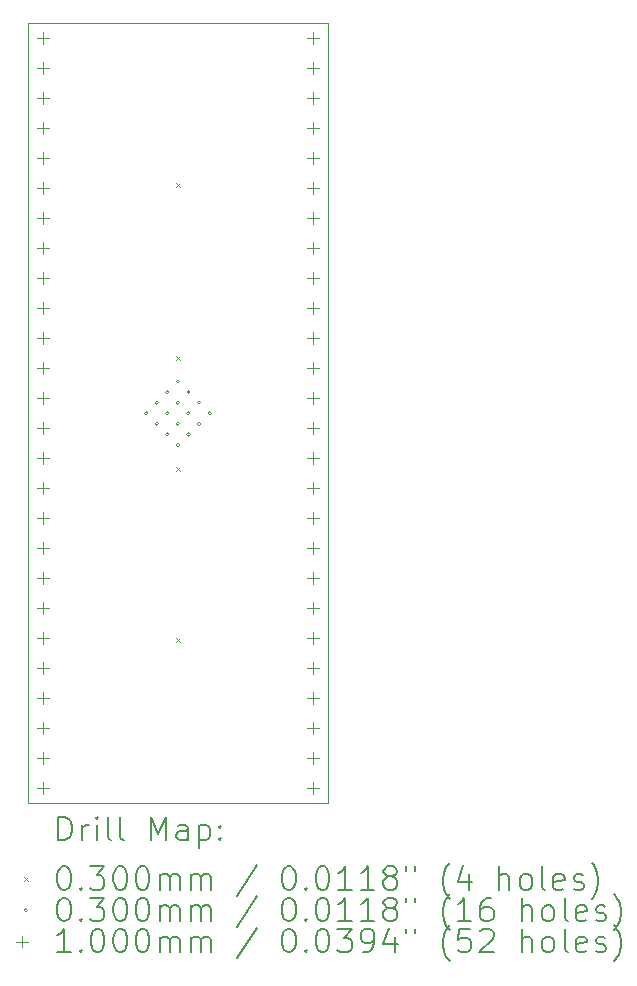
<source format=gbr>
%TF.GenerationSoftware,KiCad,Pcbnew,9.0.6*%
%TF.CreationDate,2026-01-02T14:07:32-06:00*%
%TF.ProjectId,QFN-48_6x6,51464e2d-3438-45f3-9678-362e6b696361,rev?*%
%TF.SameCoordinates,Original*%
%TF.FileFunction,Drillmap*%
%TF.FilePolarity,Positive*%
%FSLAX45Y45*%
G04 Gerber Fmt 4.5, Leading zero omitted, Abs format (unit mm)*
G04 Created by KiCad (PCBNEW 9.0.6) date 2026-01-02 14:07:32*
%MOMM*%
%LPD*%
G01*
G04 APERTURE LIST*
%ADD10C,0.050000*%
%ADD11C,0.200000*%
%ADD12C,0.100000*%
G04 APERTURE END LIST*
D10*
X12573000Y-8763000D02*
X15113000Y-8763000D01*
X15113000Y-15367000D01*
X12573000Y-15367000D01*
X12573000Y-8763000D01*
D11*
D12*
X13828000Y-10119600D02*
X13858000Y-10149600D01*
X13858000Y-10119600D02*
X13828000Y-10149600D01*
X13828000Y-11580100D02*
X13858000Y-11610100D01*
X13858000Y-11580100D02*
X13828000Y-11610100D01*
X13828000Y-12519900D02*
X13858000Y-12549900D01*
X13858000Y-12519900D02*
X13828000Y-12549900D01*
X13828000Y-13967700D02*
X13858000Y-13997700D01*
X13858000Y-13967700D02*
X13828000Y-13997700D01*
X13589299Y-12065000D02*
G75*
G02*
X13559299Y-12065000I-15000J0D01*
G01*
X13559299Y-12065000D02*
G75*
G02*
X13589299Y-12065000I15000J0D01*
G01*
X13678866Y-11975433D02*
G75*
G02*
X13648866Y-11975433I-15000J0D01*
G01*
X13648866Y-11975433D02*
G75*
G02*
X13678866Y-11975433I15000J0D01*
G01*
X13678866Y-12154567D02*
G75*
G02*
X13648866Y-12154567I-15000J0D01*
G01*
X13648866Y-12154567D02*
G75*
G02*
X13678866Y-12154567I15000J0D01*
G01*
X13768433Y-11885866D02*
G75*
G02*
X13738433Y-11885866I-15000J0D01*
G01*
X13738433Y-11885866D02*
G75*
G02*
X13768433Y-11885866I15000J0D01*
G01*
X13768433Y-12244134D02*
G75*
G02*
X13738433Y-12244134I-15000J0D01*
G01*
X13738433Y-12244134D02*
G75*
G02*
X13768433Y-12244134I15000J0D01*
G01*
X13768433Y-12065000D02*
G75*
G02*
X13738433Y-12065000I-15000J0D01*
G01*
X13738433Y-12065000D02*
G75*
G02*
X13768433Y-12065000I15000J0D01*
G01*
X13858000Y-11796299D02*
G75*
G02*
X13828000Y-11796299I-15000J0D01*
G01*
X13828000Y-11796299D02*
G75*
G02*
X13858000Y-11796299I15000J0D01*
G01*
X13858000Y-11975433D02*
G75*
G02*
X13828000Y-11975433I-15000J0D01*
G01*
X13828000Y-11975433D02*
G75*
G02*
X13858000Y-11975433I15000J0D01*
G01*
X13858000Y-12154567D02*
G75*
G02*
X13828000Y-12154567I-15000J0D01*
G01*
X13828000Y-12154567D02*
G75*
G02*
X13858000Y-12154567I15000J0D01*
G01*
X13858000Y-12333701D02*
G75*
G02*
X13828000Y-12333701I-15000J0D01*
G01*
X13828000Y-12333701D02*
G75*
G02*
X13858000Y-12333701I15000J0D01*
G01*
X13947567Y-12065000D02*
G75*
G02*
X13917567Y-12065000I-15000J0D01*
G01*
X13917567Y-12065000D02*
G75*
G02*
X13947567Y-12065000I15000J0D01*
G01*
X13947567Y-11885866D02*
G75*
G02*
X13917567Y-11885866I-15000J0D01*
G01*
X13917567Y-11885866D02*
G75*
G02*
X13947567Y-11885866I15000J0D01*
G01*
X13947567Y-12244134D02*
G75*
G02*
X13917567Y-12244134I-15000J0D01*
G01*
X13917567Y-12244134D02*
G75*
G02*
X13947567Y-12244134I15000J0D01*
G01*
X14037134Y-11975433D02*
G75*
G02*
X14007134Y-11975433I-15000J0D01*
G01*
X14007134Y-11975433D02*
G75*
G02*
X14037134Y-11975433I15000J0D01*
G01*
X14037134Y-12154567D02*
G75*
G02*
X14007134Y-12154567I-15000J0D01*
G01*
X14007134Y-12154567D02*
G75*
G02*
X14037134Y-12154567I15000J0D01*
G01*
X14126701Y-12065000D02*
G75*
G02*
X14096701Y-12065000I-15000J0D01*
G01*
X14096701Y-12065000D02*
G75*
G02*
X14126701Y-12065000I15000J0D01*
G01*
X12700000Y-8840000D02*
X12700000Y-8940000D01*
X12650000Y-8890000D02*
X12750000Y-8890000D01*
X12700000Y-9094000D02*
X12700000Y-9194000D01*
X12650000Y-9144000D02*
X12750000Y-9144000D01*
X12700000Y-9348000D02*
X12700000Y-9448000D01*
X12650000Y-9398000D02*
X12750000Y-9398000D01*
X12700000Y-9602000D02*
X12700000Y-9702000D01*
X12650000Y-9652000D02*
X12750000Y-9652000D01*
X12700000Y-9856000D02*
X12700000Y-9956000D01*
X12650000Y-9906000D02*
X12750000Y-9906000D01*
X12700000Y-10110000D02*
X12700000Y-10210000D01*
X12650000Y-10160000D02*
X12750000Y-10160000D01*
X12700000Y-10364000D02*
X12700000Y-10464000D01*
X12650000Y-10414000D02*
X12750000Y-10414000D01*
X12700000Y-10618000D02*
X12700000Y-10718000D01*
X12650000Y-10668000D02*
X12750000Y-10668000D01*
X12700000Y-10872000D02*
X12700000Y-10972000D01*
X12650000Y-10922000D02*
X12750000Y-10922000D01*
X12700000Y-11126000D02*
X12700000Y-11226000D01*
X12650000Y-11176000D02*
X12750000Y-11176000D01*
X12700000Y-11380000D02*
X12700000Y-11480000D01*
X12650000Y-11430000D02*
X12750000Y-11430000D01*
X12700000Y-11634000D02*
X12700000Y-11734000D01*
X12650000Y-11684000D02*
X12750000Y-11684000D01*
X12700000Y-11888000D02*
X12700000Y-11988000D01*
X12650000Y-11938000D02*
X12750000Y-11938000D01*
X12700000Y-12142000D02*
X12700000Y-12242000D01*
X12650000Y-12192000D02*
X12750000Y-12192000D01*
X12700000Y-12396000D02*
X12700000Y-12496000D01*
X12650000Y-12446000D02*
X12750000Y-12446000D01*
X12700000Y-12650000D02*
X12700000Y-12750000D01*
X12650000Y-12700000D02*
X12750000Y-12700000D01*
X12700000Y-12904000D02*
X12700000Y-13004000D01*
X12650000Y-12954000D02*
X12750000Y-12954000D01*
X12700000Y-13158000D02*
X12700000Y-13258000D01*
X12650000Y-13208000D02*
X12750000Y-13208000D01*
X12700000Y-13412000D02*
X12700000Y-13512000D01*
X12650000Y-13462000D02*
X12750000Y-13462000D01*
X12700000Y-13666000D02*
X12700000Y-13766000D01*
X12650000Y-13716000D02*
X12750000Y-13716000D01*
X12700000Y-13920000D02*
X12700000Y-14020000D01*
X12650000Y-13970000D02*
X12750000Y-13970000D01*
X12700000Y-14174000D02*
X12700000Y-14274000D01*
X12650000Y-14224000D02*
X12750000Y-14224000D01*
X12700000Y-14428000D02*
X12700000Y-14528000D01*
X12650000Y-14478000D02*
X12750000Y-14478000D01*
X12700000Y-14682000D02*
X12700000Y-14782000D01*
X12650000Y-14732000D02*
X12750000Y-14732000D01*
X12700000Y-14936000D02*
X12700000Y-15036000D01*
X12650000Y-14986000D02*
X12750000Y-14986000D01*
X12700000Y-15190000D02*
X12700000Y-15290000D01*
X12650000Y-15240000D02*
X12750000Y-15240000D01*
X14986000Y-8840000D02*
X14986000Y-8940000D01*
X14936000Y-8890000D02*
X15036000Y-8890000D01*
X14986000Y-9094000D02*
X14986000Y-9194000D01*
X14936000Y-9144000D02*
X15036000Y-9144000D01*
X14986000Y-9348000D02*
X14986000Y-9448000D01*
X14936000Y-9398000D02*
X15036000Y-9398000D01*
X14986000Y-9602000D02*
X14986000Y-9702000D01*
X14936000Y-9652000D02*
X15036000Y-9652000D01*
X14986000Y-9856000D02*
X14986000Y-9956000D01*
X14936000Y-9906000D02*
X15036000Y-9906000D01*
X14986000Y-10110000D02*
X14986000Y-10210000D01*
X14936000Y-10160000D02*
X15036000Y-10160000D01*
X14986000Y-10364000D02*
X14986000Y-10464000D01*
X14936000Y-10414000D02*
X15036000Y-10414000D01*
X14986000Y-10618000D02*
X14986000Y-10718000D01*
X14936000Y-10668000D02*
X15036000Y-10668000D01*
X14986000Y-10872000D02*
X14986000Y-10972000D01*
X14936000Y-10922000D02*
X15036000Y-10922000D01*
X14986000Y-11126000D02*
X14986000Y-11226000D01*
X14936000Y-11176000D02*
X15036000Y-11176000D01*
X14986000Y-11380000D02*
X14986000Y-11480000D01*
X14936000Y-11430000D02*
X15036000Y-11430000D01*
X14986000Y-11634000D02*
X14986000Y-11734000D01*
X14936000Y-11684000D02*
X15036000Y-11684000D01*
X14986000Y-11888000D02*
X14986000Y-11988000D01*
X14936000Y-11938000D02*
X15036000Y-11938000D01*
X14986000Y-12142000D02*
X14986000Y-12242000D01*
X14936000Y-12192000D02*
X15036000Y-12192000D01*
X14986000Y-12396000D02*
X14986000Y-12496000D01*
X14936000Y-12446000D02*
X15036000Y-12446000D01*
X14986000Y-12650000D02*
X14986000Y-12750000D01*
X14936000Y-12700000D02*
X15036000Y-12700000D01*
X14986000Y-12904000D02*
X14986000Y-13004000D01*
X14936000Y-12954000D02*
X15036000Y-12954000D01*
X14986000Y-13158000D02*
X14986000Y-13258000D01*
X14936000Y-13208000D02*
X15036000Y-13208000D01*
X14986000Y-13412000D02*
X14986000Y-13512000D01*
X14936000Y-13462000D02*
X15036000Y-13462000D01*
X14986000Y-13666000D02*
X14986000Y-13766000D01*
X14936000Y-13716000D02*
X15036000Y-13716000D01*
X14986000Y-13920000D02*
X14986000Y-14020000D01*
X14936000Y-13970000D02*
X15036000Y-13970000D01*
X14986000Y-14174000D02*
X14986000Y-14274000D01*
X14936000Y-14224000D02*
X15036000Y-14224000D01*
X14986000Y-14428000D02*
X14986000Y-14528000D01*
X14936000Y-14478000D02*
X15036000Y-14478000D01*
X14986000Y-14682000D02*
X14986000Y-14782000D01*
X14936000Y-14732000D02*
X15036000Y-14732000D01*
X14986000Y-14936000D02*
X14986000Y-15036000D01*
X14936000Y-14986000D02*
X15036000Y-14986000D01*
X14986000Y-15190000D02*
X14986000Y-15290000D01*
X14936000Y-15240000D02*
X15036000Y-15240000D01*
D11*
X12831277Y-15680984D02*
X12831277Y-15480984D01*
X12831277Y-15480984D02*
X12878896Y-15480984D01*
X12878896Y-15480984D02*
X12907467Y-15490508D01*
X12907467Y-15490508D02*
X12926515Y-15509555D01*
X12926515Y-15509555D02*
X12936039Y-15528603D01*
X12936039Y-15528603D02*
X12945562Y-15566698D01*
X12945562Y-15566698D02*
X12945562Y-15595269D01*
X12945562Y-15595269D02*
X12936039Y-15633365D01*
X12936039Y-15633365D02*
X12926515Y-15652412D01*
X12926515Y-15652412D02*
X12907467Y-15671460D01*
X12907467Y-15671460D02*
X12878896Y-15680984D01*
X12878896Y-15680984D02*
X12831277Y-15680984D01*
X13031277Y-15680984D02*
X13031277Y-15547650D01*
X13031277Y-15585746D02*
X13040801Y-15566698D01*
X13040801Y-15566698D02*
X13050324Y-15557174D01*
X13050324Y-15557174D02*
X13069372Y-15547650D01*
X13069372Y-15547650D02*
X13088420Y-15547650D01*
X13155086Y-15680984D02*
X13155086Y-15547650D01*
X13155086Y-15480984D02*
X13145562Y-15490508D01*
X13145562Y-15490508D02*
X13155086Y-15500031D01*
X13155086Y-15500031D02*
X13164610Y-15490508D01*
X13164610Y-15490508D02*
X13155086Y-15480984D01*
X13155086Y-15480984D02*
X13155086Y-15500031D01*
X13278896Y-15680984D02*
X13259848Y-15671460D01*
X13259848Y-15671460D02*
X13250324Y-15652412D01*
X13250324Y-15652412D02*
X13250324Y-15480984D01*
X13383658Y-15680984D02*
X13364610Y-15671460D01*
X13364610Y-15671460D02*
X13355086Y-15652412D01*
X13355086Y-15652412D02*
X13355086Y-15480984D01*
X13612229Y-15680984D02*
X13612229Y-15480984D01*
X13612229Y-15480984D02*
X13678896Y-15623841D01*
X13678896Y-15623841D02*
X13745562Y-15480984D01*
X13745562Y-15480984D02*
X13745562Y-15680984D01*
X13926515Y-15680984D02*
X13926515Y-15576222D01*
X13926515Y-15576222D02*
X13916991Y-15557174D01*
X13916991Y-15557174D02*
X13897943Y-15547650D01*
X13897943Y-15547650D02*
X13859848Y-15547650D01*
X13859848Y-15547650D02*
X13840801Y-15557174D01*
X13926515Y-15671460D02*
X13907467Y-15680984D01*
X13907467Y-15680984D02*
X13859848Y-15680984D01*
X13859848Y-15680984D02*
X13840801Y-15671460D01*
X13840801Y-15671460D02*
X13831277Y-15652412D01*
X13831277Y-15652412D02*
X13831277Y-15633365D01*
X13831277Y-15633365D02*
X13840801Y-15614317D01*
X13840801Y-15614317D02*
X13859848Y-15604793D01*
X13859848Y-15604793D02*
X13907467Y-15604793D01*
X13907467Y-15604793D02*
X13926515Y-15595269D01*
X14021753Y-15547650D02*
X14021753Y-15747650D01*
X14021753Y-15557174D02*
X14040801Y-15547650D01*
X14040801Y-15547650D02*
X14078896Y-15547650D01*
X14078896Y-15547650D02*
X14097943Y-15557174D01*
X14097943Y-15557174D02*
X14107467Y-15566698D01*
X14107467Y-15566698D02*
X14116991Y-15585746D01*
X14116991Y-15585746D02*
X14116991Y-15642888D01*
X14116991Y-15642888D02*
X14107467Y-15661936D01*
X14107467Y-15661936D02*
X14097943Y-15671460D01*
X14097943Y-15671460D02*
X14078896Y-15680984D01*
X14078896Y-15680984D02*
X14040801Y-15680984D01*
X14040801Y-15680984D02*
X14021753Y-15671460D01*
X14202705Y-15661936D02*
X14212229Y-15671460D01*
X14212229Y-15671460D02*
X14202705Y-15680984D01*
X14202705Y-15680984D02*
X14193182Y-15671460D01*
X14193182Y-15671460D02*
X14202705Y-15661936D01*
X14202705Y-15661936D02*
X14202705Y-15680984D01*
X14202705Y-15557174D02*
X14212229Y-15566698D01*
X14212229Y-15566698D02*
X14202705Y-15576222D01*
X14202705Y-15576222D02*
X14193182Y-15566698D01*
X14193182Y-15566698D02*
X14202705Y-15557174D01*
X14202705Y-15557174D02*
X14202705Y-15576222D01*
D12*
X12540500Y-15994500D02*
X12570500Y-16024500D01*
X12570500Y-15994500D02*
X12540500Y-16024500D01*
D11*
X12869372Y-15900984D02*
X12888420Y-15900984D01*
X12888420Y-15900984D02*
X12907467Y-15910508D01*
X12907467Y-15910508D02*
X12916991Y-15920031D01*
X12916991Y-15920031D02*
X12926515Y-15939079D01*
X12926515Y-15939079D02*
X12936039Y-15977174D01*
X12936039Y-15977174D02*
X12936039Y-16024793D01*
X12936039Y-16024793D02*
X12926515Y-16062888D01*
X12926515Y-16062888D02*
X12916991Y-16081936D01*
X12916991Y-16081936D02*
X12907467Y-16091460D01*
X12907467Y-16091460D02*
X12888420Y-16100984D01*
X12888420Y-16100984D02*
X12869372Y-16100984D01*
X12869372Y-16100984D02*
X12850324Y-16091460D01*
X12850324Y-16091460D02*
X12840801Y-16081936D01*
X12840801Y-16081936D02*
X12831277Y-16062888D01*
X12831277Y-16062888D02*
X12821753Y-16024793D01*
X12821753Y-16024793D02*
X12821753Y-15977174D01*
X12821753Y-15977174D02*
X12831277Y-15939079D01*
X12831277Y-15939079D02*
X12840801Y-15920031D01*
X12840801Y-15920031D02*
X12850324Y-15910508D01*
X12850324Y-15910508D02*
X12869372Y-15900984D01*
X13021753Y-16081936D02*
X13031277Y-16091460D01*
X13031277Y-16091460D02*
X13021753Y-16100984D01*
X13021753Y-16100984D02*
X13012229Y-16091460D01*
X13012229Y-16091460D02*
X13021753Y-16081936D01*
X13021753Y-16081936D02*
X13021753Y-16100984D01*
X13097943Y-15900984D02*
X13221753Y-15900984D01*
X13221753Y-15900984D02*
X13155086Y-15977174D01*
X13155086Y-15977174D02*
X13183658Y-15977174D01*
X13183658Y-15977174D02*
X13202705Y-15986698D01*
X13202705Y-15986698D02*
X13212229Y-15996222D01*
X13212229Y-15996222D02*
X13221753Y-16015269D01*
X13221753Y-16015269D02*
X13221753Y-16062888D01*
X13221753Y-16062888D02*
X13212229Y-16081936D01*
X13212229Y-16081936D02*
X13202705Y-16091460D01*
X13202705Y-16091460D02*
X13183658Y-16100984D01*
X13183658Y-16100984D02*
X13126515Y-16100984D01*
X13126515Y-16100984D02*
X13107467Y-16091460D01*
X13107467Y-16091460D02*
X13097943Y-16081936D01*
X13345562Y-15900984D02*
X13364610Y-15900984D01*
X13364610Y-15900984D02*
X13383658Y-15910508D01*
X13383658Y-15910508D02*
X13393182Y-15920031D01*
X13393182Y-15920031D02*
X13402705Y-15939079D01*
X13402705Y-15939079D02*
X13412229Y-15977174D01*
X13412229Y-15977174D02*
X13412229Y-16024793D01*
X13412229Y-16024793D02*
X13402705Y-16062888D01*
X13402705Y-16062888D02*
X13393182Y-16081936D01*
X13393182Y-16081936D02*
X13383658Y-16091460D01*
X13383658Y-16091460D02*
X13364610Y-16100984D01*
X13364610Y-16100984D02*
X13345562Y-16100984D01*
X13345562Y-16100984D02*
X13326515Y-16091460D01*
X13326515Y-16091460D02*
X13316991Y-16081936D01*
X13316991Y-16081936D02*
X13307467Y-16062888D01*
X13307467Y-16062888D02*
X13297943Y-16024793D01*
X13297943Y-16024793D02*
X13297943Y-15977174D01*
X13297943Y-15977174D02*
X13307467Y-15939079D01*
X13307467Y-15939079D02*
X13316991Y-15920031D01*
X13316991Y-15920031D02*
X13326515Y-15910508D01*
X13326515Y-15910508D02*
X13345562Y-15900984D01*
X13536039Y-15900984D02*
X13555086Y-15900984D01*
X13555086Y-15900984D02*
X13574134Y-15910508D01*
X13574134Y-15910508D02*
X13583658Y-15920031D01*
X13583658Y-15920031D02*
X13593182Y-15939079D01*
X13593182Y-15939079D02*
X13602705Y-15977174D01*
X13602705Y-15977174D02*
X13602705Y-16024793D01*
X13602705Y-16024793D02*
X13593182Y-16062888D01*
X13593182Y-16062888D02*
X13583658Y-16081936D01*
X13583658Y-16081936D02*
X13574134Y-16091460D01*
X13574134Y-16091460D02*
X13555086Y-16100984D01*
X13555086Y-16100984D02*
X13536039Y-16100984D01*
X13536039Y-16100984D02*
X13516991Y-16091460D01*
X13516991Y-16091460D02*
X13507467Y-16081936D01*
X13507467Y-16081936D02*
X13497943Y-16062888D01*
X13497943Y-16062888D02*
X13488420Y-16024793D01*
X13488420Y-16024793D02*
X13488420Y-15977174D01*
X13488420Y-15977174D02*
X13497943Y-15939079D01*
X13497943Y-15939079D02*
X13507467Y-15920031D01*
X13507467Y-15920031D02*
X13516991Y-15910508D01*
X13516991Y-15910508D02*
X13536039Y-15900984D01*
X13688420Y-16100984D02*
X13688420Y-15967650D01*
X13688420Y-15986698D02*
X13697943Y-15977174D01*
X13697943Y-15977174D02*
X13716991Y-15967650D01*
X13716991Y-15967650D02*
X13745563Y-15967650D01*
X13745563Y-15967650D02*
X13764610Y-15977174D01*
X13764610Y-15977174D02*
X13774134Y-15996222D01*
X13774134Y-15996222D02*
X13774134Y-16100984D01*
X13774134Y-15996222D02*
X13783658Y-15977174D01*
X13783658Y-15977174D02*
X13802705Y-15967650D01*
X13802705Y-15967650D02*
X13831277Y-15967650D01*
X13831277Y-15967650D02*
X13850324Y-15977174D01*
X13850324Y-15977174D02*
X13859848Y-15996222D01*
X13859848Y-15996222D02*
X13859848Y-16100984D01*
X13955086Y-16100984D02*
X13955086Y-15967650D01*
X13955086Y-15986698D02*
X13964610Y-15977174D01*
X13964610Y-15977174D02*
X13983658Y-15967650D01*
X13983658Y-15967650D02*
X14012229Y-15967650D01*
X14012229Y-15967650D02*
X14031277Y-15977174D01*
X14031277Y-15977174D02*
X14040801Y-15996222D01*
X14040801Y-15996222D02*
X14040801Y-16100984D01*
X14040801Y-15996222D02*
X14050324Y-15977174D01*
X14050324Y-15977174D02*
X14069372Y-15967650D01*
X14069372Y-15967650D02*
X14097943Y-15967650D01*
X14097943Y-15967650D02*
X14116991Y-15977174D01*
X14116991Y-15977174D02*
X14126515Y-15996222D01*
X14126515Y-15996222D02*
X14126515Y-16100984D01*
X14516991Y-15891460D02*
X14345563Y-16148603D01*
X14774134Y-15900984D02*
X14793182Y-15900984D01*
X14793182Y-15900984D02*
X14812229Y-15910508D01*
X14812229Y-15910508D02*
X14821753Y-15920031D01*
X14821753Y-15920031D02*
X14831277Y-15939079D01*
X14831277Y-15939079D02*
X14840801Y-15977174D01*
X14840801Y-15977174D02*
X14840801Y-16024793D01*
X14840801Y-16024793D02*
X14831277Y-16062888D01*
X14831277Y-16062888D02*
X14821753Y-16081936D01*
X14821753Y-16081936D02*
X14812229Y-16091460D01*
X14812229Y-16091460D02*
X14793182Y-16100984D01*
X14793182Y-16100984D02*
X14774134Y-16100984D01*
X14774134Y-16100984D02*
X14755086Y-16091460D01*
X14755086Y-16091460D02*
X14745563Y-16081936D01*
X14745563Y-16081936D02*
X14736039Y-16062888D01*
X14736039Y-16062888D02*
X14726515Y-16024793D01*
X14726515Y-16024793D02*
X14726515Y-15977174D01*
X14726515Y-15977174D02*
X14736039Y-15939079D01*
X14736039Y-15939079D02*
X14745563Y-15920031D01*
X14745563Y-15920031D02*
X14755086Y-15910508D01*
X14755086Y-15910508D02*
X14774134Y-15900984D01*
X14926515Y-16081936D02*
X14936039Y-16091460D01*
X14936039Y-16091460D02*
X14926515Y-16100984D01*
X14926515Y-16100984D02*
X14916991Y-16091460D01*
X14916991Y-16091460D02*
X14926515Y-16081936D01*
X14926515Y-16081936D02*
X14926515Y-16100984D01*
X15059848Y-15900984D02*
X15078896Y-15900984D01*
X15078896Y-15900984D02*
X15097944Y-15910508D01*
X15097944Y-15910508D02*
X15107467Y-15920031D01*
X15107467Y-15920031D02*
X15116991Y-15939079D01*
X15116991Y-15939079D02*
X15126515Y-15977174D01*
X15126515Y-15977174D02*
X15126515Y-16024793D01*
X15126515Y-16024793D02*
X15116991Y-16062888D01*
X15116991Y-16062888D02*
X15107467Y-16081936D01*
X15107467Y-16081936D02*
X15097944Y-16091460D01*
X15097944Y-16091460D02*
X15078896Y-16100984D01*
X15078896Y-16100984D02*
X15059848Y-16100984D01*
X15059848Y-16100984D02*
X15040801Y-16091460D01*
X15040801Y-16091460D02*
X15031277Y-16081936D01*
X15031277Y-16081936D02*
X15021753Y-16062888D01*
X15021753Y-16062888D02*
X15012229Y-16024793D01*
X15012229Y-16024793D02*
X15012229Y-15977174D01*
X15012229Y-15977174D02*
X15021753Y-15939079D01*
X15021753Y-15939079D02*
X15031277Y-15920031D01*
X15031277Y-15920031D02*
X15040801Y-15910508D01*
X15040801Y-15910508D02*
X15059848Y-15900984D01*
X15316991Y-16100984D02*
X15202706Y-16100984D01*
X15259848Y-16100984D02*
X15259848Y-15900984D01*
X15259848Y-15900984D02*
X15240801Y-15929555D01*
X15240801Y-15929555D02*
X15221753Y-15948603D01*
X15221753Y-15948603D02*
X15202706Y-15958127D01*
X15507467Y-16100984D02*
X15393182Y-16100984D01*
X15450325Y-16100984D02*
X15450325Y-15900984D01*
X15450325Y-15900984D02*
X15431277Y-15929555D01*
X15431277Y-15929555D02*
X15412229Y-15948603D01*
X15412229Y-15948603D02*
X15393182Y-15958127D01*
X15621753Y-15986698D02*
X15602706Y-15977174D01*
X15602706Y-15977174D02*
X15593182Y-15967650D01*
X15593182Y-15967650D02*
X15583658Y-15948603D01*
X15583658Y-15948603D02*
X15583658Y-15939079D01*
X15583658Y-15939079D02*
X15593182Y-15920031D01*
X15593182Y-15920031D02*
X15602706Y-15910508D01*
X15602706Y-15910508D02*
X15621753Y-15900984D01*
X15621753Y-15900984D02*
X15659848Y-15900984D01*
X15659848Y-15900984D02*
X15678896Y-15910508D01*
X15678896Y-15910508D02*
X15688420Y-15920031D01*
X15688420Y-15920031D02*
X15697944Y-15939079D01*
X15697944Y-15939079D02*
X15697944Y-15948603D01*
X15697944Y-15948603D02*
X15688420Y-15967650D01*
X15688420Y-15967650D02*
X15678896Y-15977174D01*
X15678896Y-15977174D02*
X15659848Y-15986698D01*
X15659848Y-15986698D02*
X15621753Y-15986698D01*
X15621753Y-15986698D02*
X15602706Y-15996222D01*
X15602706Y-15996222D02*
X15593182Y-16005746D01*
X15593182Y-16005746D02*
X15583658Y-16024793D01*
X15583658Y-16024793D02*
X15583658Y-16062888D01*
X15583658Y-16062888D02*
X15593182Y-16081936D01*
X15593182Y-16081936D02*
X15602706Y-16091460D01*
X15602706Y-16091460D02*
X15621753Y-16100984D01*
X15621753Y-16100984D02*
X15659848Y-16100984D01*
X15659848Y-16100984D02*
X15678896Y-16091460D01*
X15678896Y-16091460D02*
X15688420Y-16081936D01*
X15688420Y-16081936D02*
X15697944Y-16062888D01*
X15697944Y-16062888D02*
X15697944Y-16024793D01*
X15697944Y-16024793D02*
X15688420Y-16005746D01*
X15688420Y-16005746D02*
X15678896Y-15996222D01*
X15678896Y-15996222D02*
X15659848Y-15986698D01*
X15774134Y-15900984D02*
X15774134Y-15939079D01*
X15850325Y-15900984D02*
X15850325Y-15939079D01*
X16145563Y-16177174D02*
X16136039Y-16167650D01*
X16136039Y-16167650D02*
X16116991Y-16139079D01*
X16116991Y-16139079D02*
X16107468Y-16120031D01*
X16107468Y-16120031D02*
X16097944Y-16091460D01*
X16097944Y-16091460D02*
X16088420Y-16043841D01*
X16088420Y-16043841D02*
X16088420Y-16005746D01*
X16088420Y-16005746D02*
X16097944Y-15958127D01*
X16097944Y-15958127D02*
X16107468Y-15929555D01*
X16107468Y-15929555D02*
X16116991Y-15910508D01*
X16116991Y-15910508D02*
X16136039Y-15881936D01*
X16136039Y-15881936D02*
X16145563Y-15872412D01*
X16307468Y-15967650D02*
X16307468Y-16100984D01*
X16259848Y-15891460D02*
X16212229Y-16034317D01*
X16212229Y-16034317D02*
X16336039Y-16034317D01*
X16564610Y-16100984D02*
X16564610Y-15900984D01*
X16650325Y-16100984D02*
X16650325Y-15996222D01*
X16650325Y-15996222D02*
X16640801Y-15977174D01*
X16640801Y-15977174D02*
X16621753Y-15967650D01*
X16621753Y-15967650D02*
X16593182Y-15967650D01*
X16593182Y-15967650D02*
X16574134Y-15977174D01*
X16574134Y-15977174D02*
X16564610Y-15986698D01*
X16774134Y-16100984D02*
X16755087Y-16091460D01*
X16755087Y-16091460D02*
X16745563Y-16081936D01*
X16745563Y-16081936D02*
X16736039Y-16062888D01*
X16736039Y-16062888D02*
X16736039Y-16005746D01*
X16736039Y-16005746D02*
X16745563Y-15986698D01*
X16745563Y-15986698D02*
X16755087Y-15977174D01*
X16755087Y-15977174D02*
X16774134Y-15967650D01*
X16774134Y-15967650D02*
X16802706Y-15967650D01*
X16802706Y-15967650D02*
X16821753Y-15977174D01*
X16821753Y-15977174D02*
X16831277Y-15986698D01*
X16831277Y-15986698D02*
X16840801Y-16005746D01*
X16840801Y-16005746D02*
X16840801Y-16062888D01*
X16840801Y-16062888D02*
X16831277Y-16081936D01*
X16831277Y-16081936D02*
X16821753Y-16091460D01*
X16821753Y-16091460D02*
X16802706Y-16100984D01*
X16802706Y-16100984D02*
X16774134Y-16100984D01*
X16955087Y-16100984D02*
X16936039Y-16091460D01*
X16936039Y-16091460D02*
X16926515Y-16072412D01*
X16926515Y-16072412D02*
X16926515Y-15900984D01*
X17107468Y-16091460D02*
X17088420Y-16100984D01*
X17088420Y-16100984D02*
X17050325Y-16100984D01*
X17050325Y-16100984D02*
X17031277Y-16091460D01*
X17031277Y-16091460D02*
X17021753Y-16072412D01*
X17021753Y-16072412D02*
X17021753Y-15996222D01*
X17021753Y-15996222D02*
X17031277Y-15977174D01*
X17031277Y-15977174D02*
X17050325Y-15967650D01*
X17050325Y-15967650D02*
X17088420Y-15967650D01*
X17088420Y-15967650D02*
X17107468Y-15977174D01*
X17107468Y-15977174D02*
X17116992Y-15996222D01*
X17116992Y-15996222D02*
X17116992Y-16015269D01*
X17116992Y-16015269D02*
X17021753Y-16034317D01*
X17193182Y-16091460D02*
X17212230Y-16100984D01*
X17212230Y-16100984D02*
X17250325Y-16100984D01*
X17250325Y-16100984D02*
X17269373Y-16091460D01*
X17269373Y-16091460D02*
X17278896Y-16072412D01*
X17278896Y-16072412D02*
X17278896Y-16062888D01*
X17278896Y-16062888D02*
X17269373Y-16043841D01*
X17269373Y-16043841D02*
X17250325Y-16034317D01*
X17250325Y-16034317D02*
X17221753Y-16034317D01*
X17221753Y-16034317D02*
X17202706Y-16024793D01*
X17202706Y-16024793D02*
X17193182Y-16005746D01*
X17193182Y-16005746D02*
X17193182Y-15996222D01*
X17193182Y-15996222D02*
X17202706Y-15977174D01*
X17202706Y-15977174D02*
X17221753Y-15967650D01*
X17221753Y-15967650D02*
X17250325Y-15967650D01*
X17250325Y-15967650D02*
X17269373Y-15977174D01*
X17345563Y-16177174D02*
X17355087Y-16167650D01*
X17355087Y-16167650D02*
X17374134Y-16139079D01*
X17374134Y-16139079D02*
X17383658Y-16120031D01*
X17383658Y-16120031D02*
X17393182Y-16091460D01*
X17393182Y-16091460D02*
X17402706Y-16043841D01*
X17402706Y-16043841D02*
X17402706Y-16005746D01*
X17402706Y-16005746D02*
X17393182Y-15958127D01*
X17393182Y-15958127D02*
X17383658Y-15929555D01*
X17383658Y-15929555D02*
X17374134Y-15910508D01*
X17374134Y-15910508D02*
X17355087Y-15881936D01*
X17355087Y-15881936D02*
X17345563Y-15872412D01*
D12*
X12570500Y-16273500D02*
G75*
G02*
X12540500Y-16273500I-15000J0D01*
G01*
X12540500Y-16273500D02*
G75*
G02*
X12570500Y-16273500I15000J0D01*
G01*
D11*
X12869372Y-16164984D02*
X12888420Y-16164984D01*
X12888420Y-16164984D02*
X12907467Y-16174508D01*
X12907467Y-16174508D02*
X12916991Y-16184031D01*
X12916991Y-16184031D02*
X12926515Y-16203079D01*
X12926515Y-16203079D02*
X12936039Y-16241174D01*
X12936039Y-16241174D02*
X12936039Y-16288793D01*
X12936039Y-16288793D02*
X12926515Y-16326888D01*
X12926515Y-16326888D02*
X12916991Y-16345936D01*
X12916991Y-16345936D02*
X12907467Y-16355460D01*
X12907467Y-16355460D02*
X12888420Y-16364984D01*
X12888420Y-16364984D02*
X12869372Y-16364984D01*
X12869372Y-16364984D02*
X12850324Y-16355460D01*
X12850324Y-16355460D02*
X12840801Y-16345936D01*
X12840801Y-16345936D02*
X12831277Y-16326888D01*
X12831277Y-16326888D02*
X12821753Y-16288793D01*
X12821753Y-16288793D02*
X12821753Y-16241174D01*
X12821753Y-16241174D02*
X12831277Y-16203079D01*
X12831277Y-16203079D02*
X12840801Y-16184031D01*
X12840801Y-16184031D02*
X12850324Y-16174508D01*
X12850324Y-16174508D02*
X12869372Y-16164984D01*
X13021753Y-16345936D02*
X13031277Y-16355460D01*
X13031277Y-16355460D02*
X13021753Y-16364984D01*
X13021753Y-16364984D02*
X13012229Y-16355460D01*
X13012229Y-16355460D02*
X13021753Y-16345936D01*
X13021753Y-16345936D02*
X13021753Y-16364984D01*
X13097943Y-16164984D02*
X13221753Y-16164984D01*
X13221753Y-16164984D02*
X13155086Y-16241174D01*
X13155086Y-16241174D02*
X13183658Y-16241174D01*
X13183658Y-16241174D02*
X13202705Y-16250698D01*
X13202705Y-16250698D02*
X13212229Y-16260222D01*
X13212229Y-16260222D02*
X13221753Y-16279269D01*
X13221753Y-16279269D02*
X13221753Y-16326888D01*
X13221753Y-16326888D02*
X13212229Y-16345936D01*
X13212229Y-16345936D02*
X13202705Y-16355460D01*
X13202705Y-16355460D02*
X13183658Y-16364984D01*
X13183658Y-16364984D02*
X13126515Y-16364984D01*
X13126515Y-16364984D02*
X13107467Y-16355460D01*
X13107467Y-16355460D02*
X13097943Y-16345936D01*
X13345562Y-16164984D02*
X13364610Y-16164984D01*
X13364610Y-16164984D02*
X13383658Y-16174508D01*
X13383658Y-16174508D02*
X13393182Y-16184031D01*
X13393182Y-16184031D02*
X13402705Y-16203079D01*
X13402705Y-16203079D02*
X13412229Y-16241174D01*
X13412229Y-16241174D02*
X13412229Y-16288793D01*
X13412229Y-16288793D02*
X13402705Y-16326888D01*
X13402705Y-16326888D02*
X13393182Y-16345936D01*
X13393182Y-16345936D02*
X13383658Y-16355460D01*
X13383658Y-16355460D02*
X13364610Y-16364984D01*
X13364610Y-16364984D02*
X13345562Y-16364984D01*
X13345562Y-16364984D02*
X13326515Y-16355460D01*
X13326515Y-16355460D02*
X13316991Y-16345936D01*
X13316991Y-16345936D02*
X13307467Y-16326888D01*
X13307467Y-16326888D02*
X13297943Y-16288793D01*
X13297943Y-16288793D02*
X13297943Y-16241174D01*
X13297943Y-16241174D02*
X13307467Y-16203079D01*
X13307467Y-16203079D02*
X13316991Y-16184031D01*
X13316991Y-16184031D02*
X13326515Y-16174508D01*
X13326515Y-16174508D02*
X13345562Y-16164984D01*
X13536039Y-16164984D02*
X13555086Y-16164984D01*
X13555086Y-16164984D02*
X13574134Y-16174508D01*
X13574134Y-16174508D02*
X13583658Y-16184031D01*
X13583658Y-16184031D02*
X13593182Y-16203079D01*
X13593182Y-16203079D02*
X13602705Y-16241174D01*
X13602705Y-16241174D02*
X13602705Y-16288793D01*
X13602705Y-16288793D02*
X13593182Y-16326888D01*
X13593182Y-16326888D02*
X13583658Y-16345936D01*
X13583658Y-16345936D02*
X13574134Y-16355460D01*
X13574134Y-16355460D02*
X13555086Y-16364984D01*
X13555086Y-16364984D02*
X13536039Y-16364984D01*
X13536039Y-16364984D02*
X13516991Y-16355460D01*
X13516991Y-16355460D02*
X13507467Y-16345936D01*
X13507467Y-16345936D02*
X13497943Y-16326888D01*
X13497943Y-16326888D02*
X13488420Y-16288793D01*
X13488420Y-16288793D02*
X13488420Y-16241174D01*
X13488420Y-16241174D02*
X13497943Y-16203079D01*
X13497943Y-16203079D02*
X13507467Y-16184031D01*
X13507467Y-16184031D02*
X13516991Y-16174508D01*
X13516991Y-16174508D02*
X13536039Y-16164984D01*
X13688420Y-16364984D02*
X13688420Y-16231650D01*
X13688420Y-16250698D02*
X13697943Y-16241174D01*
X13697943Y-16241174D02*
X13716991Y-16231650D01*
X13716991Y-16231650D02*
X13745563Y-16231650D01*
X13745563Y-16231650D02*
X13764610Y-16241174D01*
X13764610Y-16241174D02*
X13774134Y-16260222D01*
X13774134Y-16260222D02*
X13774134Y-16364984D01*
X13774134Y-16260222D02*
X13783658Y-16241174D01*
X13783658Y-16241174D02*
X13802705Y-16231650D01*
X13802705Y-16231650D02*
X13831277Y-16231650D01*
X13831277Y-16231650D02*
X13850324Y-16241174D01*
X13850324Y-16241174D02*
X13859848Y-16260222D01*
X13859848Y-16260222D02*
X13859848Y-16364984D01*
X13955086Y-16364984D02*
X13955086Y-16231650D01*
X13955086Y-16250698D02*
X13964610Y-16241174D01*
X13964610Y-16241174D02*
X13983658Y-16231650D01*
X13983658Y-16231650D02*
X14012229Y-16231650D01*
X14012229Y-16231650D02*
X14031277Y-16241174D01*
X14031277Y-16241174D02*
X14040801Y-16260222D01*
X14040801Y-16260222D02*
X14040801Y-16364984D01*
X14040801Y-16260222D02*
X14050324Y-16241174D01*
X14050324Y-16241174D02*
X14069372Y-16231650D01*
X14069372Y-16231650D02*
X14097943Y-16231650D01*
X14097943Y-16231650D02*
X14116991Y-16241174D01*
X14116991Y-16241174D02*
X14126515Y-16260222D01*
X14126515Y-16260222D02*
X14126515Y-16364984D01*
X14516991Y-16155460D02*
X14345563Y-16412603D01*
X14774134Y-16164984D02*
X14793182Y-16164984D01*
X14793182Y-16164984D02*
X14812229Y-16174508D01*
X14812229Y-16174508D02*
X14821753Y-16184031D01*
X14821753Y-16184031D02*
X14831277Y-16203079D01*
X14831277Y-16203079D02*
X14840801Y-16241174D01*
X14840801Y-16241174D02*
X14840801Y-16288793D01*
X14840801Y-16288793D02*
X14831277Y-16326888D01*
X14831277Y-16326888D02*
X14821753Y-16345936D01*
X14821753Y-16345936D02*
X14812229Y-16355460D01*
X14812229Y-16355460D02*
X14793182Y-16364984D01*
X14793182Y-16364984D02*
X14774134Y-16364984D01*
X14774134Y-16364984D02*
X14755086Y-16355460D01*
X14755086Y-16355460D02*
X14745563Y-16345936D01*
X14745563Y-16345936D02*
X14736039Y-16326888D01*
X14736039Y-16326888D02*
X14726515Y-16288793D01*
X14726515Y-16288793D02*
X14726515Y-16241174D01*
X14726515Y-16241174D02*
X14736039Y-16203079D01*
X14736039Y-16203079D02*
X14745563Y-16184031D01*
X14745563Y-16184031D02*
X14755086Y-16174508D01*
X14755086Y-16174508D02*
X14774134Y-16164984D01*
X14926515Y-16345936D02*
X14936039Y-16355460D01*
X14936039Y-16355460D02*
X14926515Y-16364984D01*
X14926515Y-16364984D02*
X14916991Y-16355460D01*
X14916991Y-16355460D02*
X14926515Y-16345936D01*
X14926515Y-16345936D02*
X14926515Y-16364984D01*
X15059848Y-16164984D02*
X15078896Y-16164984D01*
X15078896Y-16164984D02*
X15097944Y-16174508D01*
X15097944Y-16174508D02*
X15107467Y-16184031D01*
X15107467Y-16184031D02*
X15116991Y-16203079D01*
X15116991Y-16203079D02*
X15126515Y-16241174D01*
X15126515Y-16241174D02*
X15126515Y-16288793D01*
X15126515Y-16288793D02*
X15116991Y-16326888D01*
X15116991Y-16326888D02*
X15107467Y-16345936D01*
X15107467Y-16345936D02*
X15097944Y-16355460D01*
X15097944Y-16355460D02*
X15078896Y-16364984D01*
X15078896Y-16364984D02*
X15059848Y-16364984D01*
X15059848Y-16364984D02*
X15040801Y-16355460D01*
X15040801Y-16355460D02*
X15031277Y-16345936D01*
X15031277Y-16345936D02*
X15021753Y-16326888D01*
X15021753Y-16326888D02*
X15012229Y-16288793D01*
X15012229Y-16288793D02*
X15012229Y-16241174D01*
X15012229Y-16241174D02*
X15021753Y-16203079D01*
X15021753Y-16203079D02*
X15031277Y-16184031D01*
X15031277Y-16184031D02*
X15040801Y-16174508D01*
X15040801Y-16174508D02*
X15059848Y-16164984D01*
X15316991Y-16364984D02*
X15202706Y-16364984D01*
X15259848Y-16364984D02*
X15259848Y-16164984D01*
X15259848Y-16164984D02*
X15240801Y-16193555D01*
X15240801Y-16193555D02*
X15221753Y-16212603D01*
X15221753Y-16212603D02*
X15202706Y-16222127D01*
X15507467Y-16364984D02*
X15393182Y-16364984D01*
X15450325Y-16364984D02*
X15450325Y-16164984D01*
X15450325Y-16164984D02*
X15431277Y-16193555D01*
X15431277Y-16193555D02*
X15412229Y-16212603D01*
X15412229Y-16212603D02*
X15393182Y-16222127D01*
X15621753Y-16250698D02*
X15602706Y-16241174D01*
X15602706Y-16241174D02*
X15593182Y-16231650D01*
X15593182Y-16231650D02*
X15583658Y-16212603D01*
X15583658Y-16212603D02*
X15583658Y-16203079D01*
X15583658Y-16203079D02*
X15593182Y-16184031D01*
X15593182Y-16184031D02*
X15602706Y-16174508D01*
X15602706Y-16174508D02*
X15621753Y-16164984D01*
X15621753Y-16164984D02*
X15659848Y-16164984D01*
X15659848Y-16164984D02*
X15678896Y-16174508D01*
X15678896Y-16174508D02*
X15688420Y-16184031D01*
X15688420Y-16184031D02*
X15697944Y-16203079D01*
X15697944Y-16203079D02*
X15697944Y-16212603D01*
X15697944Y-16212603D02*
X15688420Y-16231650D01*
X15688420Y-16231650D02*
X15678896Y-16241174D01*
X15678896Y-16241174D02*
X15659848Y-16250698D01*
X15659848Y-16250698D02*
X15621753Y-16250698D01*
X15621753Y-16250698D02*
X15602706Y-16260222D01*
X15602706Y-16260222D02*
X15593182Y-16269746D01*
X15593182Y-16269746D02*
X15583658Y-16288793D01*
X15583658Y-16288793D02*
X15583658Y-16326888D01*
X15583658Y-16326888D02*
X15593182Y-16345936D01*
X15593182Y-16345936D02*
X15602706Y-16355460D01*
X15602706Y-16355460D02*
X15621753Y-16364984D01*
X15621753Y-16364984D02*
X15659848Y-16364984D01*
X15659848Y-16364984D02*
X15678896Y-16355460D01*
X15678896Y-16355460D02*
X15688420Y-16345936D01*
X15688420Y-16345936D02*
X15697944Y-16326888D01*
X15697944Y-16326888D02*
X15697944Y-16288793D01*
X15697944Y-16288793D02*
X15688420Y-16269746D01*
X15688420Y-16269746D02*
X15678896Y-16260222D01*
X15678896Y-16260222D02*
X15659848Y-16250698D01*
X15774134Y-16164984D02*
X15774134Y-16203079D01*
X15850325Y-16164984D02*
X15850325Y-16203079D01*
X16145563Y-16441174D02*
X16136039Y-16431650D01*
X16136039Y-16431650D02*
X16116991Y-16403079D01*
X16116991Y-16403079D02*
X16107468Y-16384031D01*
X16107468Y-16384031D02*
X16097944Y-16355460D01*
X16097944Y-16355460D02*
X16088420Y-16307841D01*
X16088420Y-16307841D02*
X16088420Y-16269746D01*
X16088420Y-16269746D02*
X16097944Y-16222127D01*
X16097944Y-16222127D02*
X16107468Y-16193555D01*
X16107468Y-16193555D02*
X16116991Y-16174508D01*
X16116991Y-16174508D02*
X16136039Y-16145936D01*
X16136039Y-16145936D02*
X16145563Y-16136412D01*
X16326515Y-16364984D02*
X16212229Y-16364984D01*
X16269372Y-16364984D02*
X16269372Y-16164984D01*
X16269372Y-16164984D02*
X16250325Y-16193555D01*
X16250325Y-16193555D02*
X16231277Y-16212603D01*
X16231277Y-16212603D02*
X16212229Y-16222127D01*
X16497944Y-16164984D02*
X16459848Y-16164984D01*
X16459848Y-16164984D02*
X16440801Y-16174508D01*
X16440801Y-16174508D02*
X16431277Y-16184031D01*
X16431277Y-16184031D02*
X16412229Y-16212603D01*
X16412229Y-16212603D02*
X16402706Y-16250698D01*
X16402706Y-16250698D02*
X16402706Y-16326888D01*
X16402706Y-16326888D02*
X16412229Y-16345936D01*
X16412229Y-16345936D02*
X16421753Y-16355460D01*
X16421753Y-16355460D02*
X16440801Y-16364984D01*
X16440801Y-16364984D02*
X16478896Y-16364984D01*
X16478896Y-16364984D02*
X16497944Y-16355460D01*
X16497944Y-16355460D02*
X16507468Y-16345936D01*
X16507468Y-16345936D02*
X16516991Y-16326888D01*
X16516991Y-16326888D02*
X16516991Y-16279269D01*
X16516991Y-16279269D02*
X16507468Y-16260222D01*
X16507468Y-16260222D02*
X16497944Y-16250698D01*
X16497944Y-16250698D02*
X16478896Y-16241174D01*
X16478896Y-16241174D02*
X16440801Y-16241174D01*
X16440801Y-16241174D02*
X16421753Y-16250698D01*
X16421753Y-16250698D02*
X16412229Y-16260222D01*
X16412229Y-16260222D02*
X16402706Y-16279269D01*
X16755087Y-16364984D02*
X16755087Y-16164984D01*
X16840801Y-16364984D02*
X16840801Y-16260222D01*
X16840801Y-16260222D02*
X16831277Y-16241174D01*
X16831277Y-16241174D02*
X16812230Y-16231650D01*
X16812230Y-16231650D02*
X16783658Y-16231650D01*
X16783658Y-16231650D02*
X16764610Y-16241174D01*
X16764610Y-16241174D02*
X16755087Y-16250698D01*
X16964611Y-16364984D02*
X16945563Y-16355460D01*
X16945563Y-16355460D02*
X16936039Y-16345936D01*
X16936039Y-16345936D02*
X16926515Y-16326888D01*
X16926515Y-16326888D02*
X16926515Y-16269746D01*
X16926515Y-16269746D02*
X16936039Y-16250698D01*
X16936039Y-16250698D02*
X16945563Y-16241174D01*
X16945563Y-16241174D02*
X16964611Y-16231650D01*
X16964611Y-16231650D02*
X16993182Y-16231650D01*
X16993182Y-16231650D02*
X17012230Y-16241174D01*
X17012230Y-16241174D02*
X17021753Y-16250698D01*
X17021753Y-16250698D02*
X17031277Y-16269746D01*
X17031277Y-16269746D02*
X17031277Y-16326888D01*
X17031277Y-16326888D02*
X17021753Y-16345936D01*
X17021753Y-16345936D02*
X17012230Y-16355460D01*
X17012230Y-16355460D02*
X16993182Y-16364984D01*
X16993182Y-16364984D02*
X16964611Y-16364984D01*
X17145563Y-16364984D02*
X17126515Y-16355460D01*
X17126515Y-16355460D02*
X17116992Y-16336412D01*
X17116992Y-16336412D02*
X17116992Y-16164984D01*
X17297944Y-16355460D02*
X17278896Y-16364984D01*
X17278896Y-16364984D02*
X17240801Y-16364984D01*
X17240801Y-16364984D02*
X17221753Y-16355460D01*
X17221753Y-16355460D02*
X17212230Y-16336412D01*
X17212230Y-16336412D02*
X17212230Y-16260222D01*
X17212230Y-16260222D02*
X17221753Y-16241174D01*
X17221753Y-16241174D02*
X17240801Y-16231650D01*
X17240801Y-16231650D02*
X17278896Y-16231650D01*
X17278896Y-16231650D02*
X17297944Y-16241174D01*
X17297944Y-16241174D02*
X17307468Y-16260222D01*
X17307468Y-16260222D02*
X17307468Y-16279269D01*
X17307468Y-16279269D02*
X17212230Y-16298317D01*
X17383658Y-16355460D02*
X17402706Y-16364984D01*
X17402706Y-16364984D02*
X17440801Y-16364984D01*
X17440801Y-16364984D02*
X17459849Y-16355460D01*
X17459849Y-16355460D02*
X17469373Y-16336412D01*
X17469373Y-16336412D02*
X17469373Y-16326888D01*
X17469373Y-16326888D02*
X17459849Y-16307841D01*
X17459849Y-16307841D02*
X17440801Y-16298317D01*
X17440801Y-16298317D02*
X17412230Y-16298317D01*
X17412230Y-16298317D02*
X17393182Y-16288793D01*
X17393182Y-16288793D02*
X17383658Y-16269746D01*
X17383658Y-16269746D02*
X17383658Y-16260222D01*
X17383658Y-16260222D02*
X17393182Y-16241174D01*
X17393182Y-16241174D02*
X17412230Y-16231650D01*
X17412230Y-16231650D02*
X17440801Y-16231650D01*
X17440801Y-16231650D02*
X17459849Y-16241174D01*
X17536039Y-16441174D02*
X17545563Y-16431650D01*
X17545563Y-16431650D02*
X17564611Y-16403079D01*
X17564611Y-16403079D02*
X17574134Y-16384031D01*
X17574134Y-16384031D02*
X17583658Y-16355460D01*
X17583658Y-16355460D02*
X17593182Y-16307841D01*
X17593182Y-16307841D02*
X17593182Y-16269746D01*
X17593182Y-16269746D02*
X17583658Y-16222127D01*
X17583658Y-16222127D02*
X17574134Y-16193555D01*
X17574134Y-16193555D02*
X17564611Y-16174508D01*
X17564611Y-16174508D02*
X17545563Y-16145936D01*
X17545563Y-16145936D02*
X17536039Y-16136412D01*
D12*
X12520500Y-16487500D02*
X12520500Y-16587500D01*
X12470500Y-16537500D02*
X12570500Y-16537500D01*
D11*
X12936039Y-16628984D02*
X12821753Y-16628984D01*
X12878896Y-16628984D02*
X12878896Y-16428984D01*
X12878896Y-16428984D02*
X12859848Y-16457555D01*
X12859848Y-16457555D02*
X12840801Y-16476603D01*
X12840801Y-16476603D02*
X12821753Y-16486127D01*
X13021753Y-16609936D02*
X13031277Y-16619460D01*
X13031277Y-16619460D02*
X13021753Y-16628984D01*
X13021753Y-16628984D02*
X13012229Y-16619460D01*
X13012229Y-16619460D02*
X13021753Y-16609936D01*
X13021753Y-16609936D02*
X13021753Y-16628984D01*
X13155086Y-16428984D02*
X13174134Y-16428984D01*
X13174134Y-16428984D02*
X13193182Y-16438508D01*
X13193182Y-16438508D02*
X13202705Y-16448031D01*
X13202705Y-16448031D02*
X13212229Y-16467079D01*
X13212229Y-16467079D02*
X13221753Y-16505174D01*
X13221753Y-16505174D02*
X13221753Y-16552793D01*
X13221753Y-16552793D02*
X13212229Y-16590888D01*
X13212229Y-16590888D02*
X13202705Y-16609936D01*
X13202705Y-16609936D02*
X13193182Y-16619460D01*
X13193182Y-16619460D02*
X13174134Y-16628984D01*
X13174134Y-16628984D02*
X13155086Y-16628984D01*
X13155086Y-16628984D02*
X13136039Y-16619460D01*
X13136039Y-16619460D02*
X13126515Y-16609936D01*
X13126515Y-16609936D02*
X13116991Y-16590888D01*
X13116991Y-16590888D02*
X13107467Y-16552793D01*
X13107467Y-16552793D02*
X13107467Y-16505174D01*
X13107467Y-16505174D02*
X13116991Y-16467079D01*
X13116991Y-16467079D02*
X13126515Y-16448031D01*
X13126515Y-16448031D02*
X13136039Y-16438508D01*
X13136039Y-16438508D02*
X13155086Y-16428984D01*
X13345562Y-16428984D02*
X13364610Y-16428984D01*
X13364610Y-16428984D02*
X13383658Y-16438508D01*
X13383658Y-16438508D02*
X13393182Y-16448031D01*
X13393182Y-16448031D02*
X13402705Y-16467079D01*
X13402705Y-16467079D02*
X13412229Y-16505174D01*
X13412229Y-16505174D02*
X13412229Y-16552793D01*
X13412229Y-16552793D02*
X13402705Y-16590888D01*
X13402705Y-16590888D02*
X13393182Y-16609936D01*
X13393182Y-16609936D02*
X13383658Y-16619460D01*
X13383658Y-16619460D02*
X13364610Y-16628984D01*
X13364610Y-16628984D02*
X13345562Y-16628984D01*
X13345562Y-16628984D02*
X13326515Y-16619460D01*
X13326515Y-16619460D02*
X13316991Y-16609936D01*
X13316991Y-16609936D02*
X13307467Y-16590888D01*
X13307467Y-16590888D02*
X13297943Y-16552793D01*
X13297943Y-16552793D02*
X13297943Y-16505174D01*
X13297943Y-16505174D02*
X13307467Y-16467079D01*
X13307467Y-16467079D02*
X13316991Y-16448031D01*
X13316991Y-16448031D02*
X13326515Y-16438508D01*
X13326515Y-16438508D02*
X13345562Y-16428984D01*
X13536039Y-16428984D02*
X13555086Y-16428984D01*
X13555086Y-16428984D02*
X13574134Y-16438508D01*
X13574134Y-16438508D02*
X13583658Y-16448031D01*
X13583658Y-16448031D02*
X13593182Y-16467079D01*
X13593182Y-16467079D02*
X13602705Y-16505174D01*
X13602705Y-16505174D02*
X13602705Y-16552793D01*
X13602705Y-16552793D02*
X13593182Y-16590888D01*
X13593182Y-16590888D02*
X13583658Y-16609936D01*
X13583658Y-16609936D02*
X13574134Y-16619460D01*
X13574134Y-16619460D02*
X13555086Y-16628984D01*
X13555086Y-16628984D02*
X13536039Y-16628984D01*
X13536039Y-16628984D02*
X13516991Y-16619460D01*
X13516991Y-16619460D02*
X13507467Y-16609936D01*
X13507467Y-16609936D02*
X13497943Y-16590888D01*
X13497943Y-16590888D02*
X13488420Y-16552793D01*
X13488420Y-16552793D02*
X13488420Y-16505174D01*
X13488420Y-16505174D02*
X13497943Y-16467079D01*
X13497943Y-16467079D02*
X13507467Y-16448031D01*
X13507467Y-16448031D02*
X13516991Y-16438508D01*
X13516991Y-16438508D02*
X13536039Y-16428984D01*
X13688420Y-16628984D02*
X13688420Y-16495650D01*
X13688420Y-16514698D02*
X13697943Y-16505174D01*
X13697943Y-16505174D02*
X13716991Y-16495650D01*
X13716991Y-16495650D02*
X13745563Y-16495650D01*
X13745563Y-16495650D02*
X13764610Y-16505174D01*
X13764610Y-16505174D02*
X13774134Y-16524222D01*
X13774134Y-16524222D02*
X13774134Y-16628984D01*
X13774134Y-16524222D02*
X13783658Y-16505174D01*
X13783658Y-16505174D02*
X13802705Y-16495650D01*
X13802705Y-16495650D02*
X13831277Y-16495650D01*
X13831277Y-16495650D02*
X13850324Y-16505174D01*
X13850324Y-16505174D02*
X13859848Y-16524222D01*
X13859848Y-16524222D02*
X13859848Y-16628984D01*
X13955086Y-16628984D02*
X13955086Y-16495650D01*
X13955086Y-16514698D02*
X13964610Y-16505174D01*
X13964610Y-16505174D02*
X13983658Y-16495650D01*
X13983658Y-16495650D02*
X14012229Y-16495650D01*
X14012229Y-16495650D02*
X14031277Y-16505174D01*
X14031277Y-16505174D02*
X14040801Y-16524222D01*
X14040801Y-16524222D02*
X14040801Y-16628984D01*
X14040801Y-16524222D02*
X14050324Y-16505174D01*
X14050324Y-16505174D02*
X14069372Y-16495650D01*
X14069372Y-16495650D02*
X14097943Y-16495650D01*
X14097943Y-16495650D02*
X14116991Y-16505174D01*
X14116991Y-16505174D02*
X14126515Y-16524222D01*
X14126515Y-16524222D02*
X14126515Y-16628984D01*
X14516991Y-16419460D02*
X14345563Y-16676603D01*
X14774134Y-16428984D02*
X14793182Y-16428984D01*
X14793182Y-16428984D02*
X14812229Y-16438508D01*
X14812229Y-16438508D02*
X14821753Y-16448031D01*
X14821753Y-16448031D02*
X14831277Y-16467079D01*
X14831277Y-16467079D02*
X14840801Y-16505174D01*
X14840801Y-16505174D02*
X14840801Y-16552793D01*
X14840801Y-16552793D02*
X14831277Y-16590888D01*
X14831277Y-16590888D02*
X14821753Y-16609936D01*
X14821753Y-16609936D02*
X14812229Y-16619460D01*
X14812229Y-16619460D02*
X14793182Y-16628984D01*
X14793182Y-16628984D02*
X14774134Y-16628984D01*
X14774134Y-16628984D02*
X14755086Y-16619460D01*
X14755086Y-16619460D02*
X14745563Y-16609936D01*
X14745563Y-16609936D02*
X14736039Y-16590888D01*
X14736039Y-16590888D02*
X14726515Y-16552793D01*
X14726515Y-16552793D02*
X14726515Y-16505174D01*
X14726515Y-16505174D02*
X14736039Y-16467079D01*
X14736039Y-16467079D02*
X14745563Y-16448031D01*
X14745563Y-16448031D02*
X14755086Y-16438508D01*
X14755086Y-16438508D02*
X14774134Y-16428984D01*
X14926515Y-16609936D02*
X14936039Y-16619460D01*
X14936039Y-16619460D02*
X14926515Y-16628984D01*
X14926515Y-16628984D02*
X14916991Y-16619460D01*
X14916991Y-16619460D02*
X14926515Y-16609936D01*
X14926515Y-16609936D02*
X14926515Y-16628984D01*
X15059848Y-16428984D02*
X15078896Y-16428984D01*
X15078896Y-16428984D02*
X15097944Y-16438508D01*
X15097944Y-16438508D02*
X15107467Y-16448031D01*
X15107467Y-16448031D02*
X15116991Y-16467079D01*
X15116991Y-16467079D02*
X15126515Y-16505174D01*
X15126515Y-16505174D02*
X15126515Y-16552793D01*
X15126515Y-16552793D02*
X15116991Y-16590888D01*
X15116991Y-16590888D02*
X15107467Y-16609936D01*
X15107467Y-16609936D02*
X15097944Y-16619460D01*
X15097944Y-16619460D02*
X15078896Y-16628984D01*
X15078896Y-16628984D02*
X15059848Y-16628984D01*
X15059848Y-16628984D02*
X15040801Y-16619460D01*
X15040801Y-16619460D02*
X15031277Y-16609936D01*
X15031277Y-16609936D02*
X15021753Y-16590888D01*
X15021753Y-16590888D02*
X15012229Y-16552793D01*
X15012229Y-16552793D02*
X15012229Y-16505174D01*
X15012229Y-16505174D02*
X15021753Y-16467079D01*
X15021753Y-16467079D02*
X15031277Y-16448031D01*
X15031277Y-16448031D02*
X15040801Y-16438508D01*
X15040801Y-16438508D02*
X15059848Y-16428984D01*
X15193182Y-16428984D02*
X15316991Y-16428984D01*
X15316991Y-16428984D02*
X15250325Y-16505174D01*
X15250325Y-16505174D02*
X15278896Y-16505174D01*
X15278896Y-16505174D02*
X15297944Y-16514698D01*
X15297944Y-16514698D02*
X15307467Y-16524222D01*
X15307467Y-16524222D02*
X15316991Y-16543269D01*
X15316991Y-16543269D02*
X15316991Y-16590888D01*
X15316991Y-16590888D02*
X15307467Y-16609936D01*
X15307467Y-16609936D02*
X15297944Y-16619460D01*
X15297944Y-16619460D02*
X15278896Y-16628984D01*
X15278896Y-16628984D02*
X15221753Y-16628984D01*
X15221753Y-16628984D02*
X15202706Y-16619460D01*
X15202706Y-16619460D02*
X15193182Y-16609936D01*
X15412229Y-16628984D02*
X15450325Y-16628984D01*
X15450325Y-16628984D02*
X15469372Y-16619460D01*
X15469372Y-16619460D02*
X15478896Y-16609936D01*
X15478896Y-16609936D02*
X15497944Y-16581365D01*
X15497944Y-16581365D02*
X15507467Y-16543269D01*
X15507467Y-16543269D02*
X15507467Y-16467079D01*
X15507467Y-16467079D02*
X15497944Y-16448031D01*
X15497944Y-16448031D02*
X15488420Y-16438508D01*
X15488420Y-16438508D02*
X15469372Y-16428984D01*
X15469372Y-16428984D02*
X15431277Y-16428984D01*
X15431277Y-16428984D02*
X15412229Y-16438508D01*
X15412229Y-16438508D02*
X15402706Y-16448031D01*
X15402706Y-16448031D02*
X15393182Y-16467079D01*
X15393182Y-16467079D02*
X15393182Y-16514698D01*
X15393182Y-16514698D02*
X15402706Y-16533746D01*
X15402706Y-16533746D02*
X15412229Y-16543269D01*
X15412229Y-16543269D02*
X15431277Y-16552793D01*
X15431277Y-16552793D02*
X15469372Y-16552793D01*
X15469372Y-16552793D02*
X15488420Y-16543269D01*
X15488420Y-16543269D02*
X15497944Y-16533746D01*
X15497944Y-16533746D02*
X15507467Y-16514698D01*
X15678896Y-16495650D02*
X15678896Y-16628984D01*
X15631277Y-16419460D02*
X15583658Y-16562317D01*
X15583658Y-16562317D02*
X15707467Y-16562317D01*
X15774134Y-16428984D02*
X15774134Y-16467079D01*
X15850325Y-16428984D02*
X15850325Y-16467079D01*
X16145563Y-16705174D02*
X16136039Y-16695650D01*
X16136039Y-16695650D02*
X16116991Y-16667079D01*
X16116991Y-16667079D02*
X16107468Y-16648031D01*
X16107468Y-16648031D02*
X16097944Y-16619460D01*
X16097944Y-16619460D02*
X16088420Y-16571841D01*
X16088420Y-16571841D02*
X16088420Y-16533746D01*
X16088420Y-16533746D02*
X16097944Y-16486127D01*
X16097944Y-16486127D02*
X16107468Y-16457555D01*
X16107468Y-16457555D02*
X16116991Y-16438508D01*
X16116991Y-16438508D02*
X16136039Y-16409936D01*
X16136039Y-16409936D02*
X16145563Y-16400412D01*
X16316991Y-16428984D02*
X16221753Y-16428984D01*
X16221753Y-16428984D02*
X16212229Y-16524222D01*
X16212229Y-16524222D02*
X16221753Y-16514698D01*
X16221753Y-16514698D02*
X16240801Y-16505174D01*
X16240801Y-16505174D02*
X16288420Y-16505174D01*
X16288420Y-16505174D02*
X16307468Y-16514698D01*
X16307468Y-16514698D02*
X16316991Y-16524222D01*
X16316991Y-16524222D02*
X16326515Y-16543269D01*
X16326515Y-16543269D02*
X16326515Y-16590888D01*
X16326515Y-16590888D02*
X16316991Y-16609936D01*
X16316991Y-16609936D02*
X16307468Y-16619460D01*
X16307468Y-16619460D02*
X16288420Y-16628984D01*
X16288420Y-16628984D02*
X16240801Y-16628984D01*
X16240801Y-16628984D02*
X16221753Y-16619460D01*
X16221753Y-16619460D02*
X16212229Y-16609936D01*
X16402706Y-16448031D02*
X16412229Y-16438508D01*
X16412229Y-16438508D02*
X16431277Y-16428984D01*
X16431277Y-16428984D02*
X16478896Y-16428984D01*
X16478896Y-16428984D02*
X16497944Y-16438508D01*
X16497944Y-16438508D02*
X16507468Y-16448031D01*
X16507468Y-16448031D02*
X16516991Y-16467079D01*
X16516991Y-16467079D02*
X16516991Y-16486127D01*
X16516991Y-16486127D02*
X16507468Y-16514698D01*
X16507468Y-16514698D02*
X16393182Y-16628984D01*
X16393182Y-16628984D02*
X16516991Y-16628984D01*
X16755087Y-16628984D02*
X16755087Y-16428984D01*
X16840801Y-16628984D02*
X16840801Y-16524222D01*
X16840801Y-16524222D02*
X16831277Y-16505174D01*
X16831277Y-16505174D02*
X16812230Y-16495650D01*
X16812230Y-16495650D02*
X16783658Y-16495650D01*
X16783658Y-16495650D02*
X16764610Y-16505174D01*
X16764610Y-16505174D02*
X16755087Y-16514698D01*
X16964611Y-16628984D02*
X16945563Y-16619460D01*
X16945563Y-16619460D02*
X16936039Y-16609936D01*
X16936039Y-16609936D02*
X16926515Y-16590888D01*
X16926515Y-16590888D02*
X16926515Y-16533746D01*
X16926515Y-16533746D02*
X16936039Y-16514698D01*
X16936039Y-16514698D02*
X16945563Y-16505174D01*
X16945563Y-16505174D02*
X16964611Y-16495650D01*
X16964611Y-16495650D02*
X16993182Y-16495650D01*
X16993182Y-16495650D02*
X17012230Y-16505174D01*
X17012230Y-16505174D02*
X17021753Y-16514698D01*
X17021753Y-16514698D02*
X17031277Y-16533746D01*
X17031277Y-16533746D02*
X17031277Y-16590888D01*
X17031277Y-16590888D02*
X17021753Y-16609936D01*
X17021753Y-16609936D02*
X17012230Y-16619460D01*
X17012230Y-16619460D02*
X16993182Y-16628984D01*
X16993182Y-16628984D02*
X16964611Y-16628984D01*
X17145563Y-16628984D02*
X17126515Y-16619460D01*
X17126515Y-16619460D02*
X17116992Y-16600412D01*
X17116992Y-16600412D02*
X17116992Y-16428984D01*
X17297944Y-16619460D02*
X17278896Y-16628984D01*
X17278896Y-16628984D02*
X17240801Y-16628984D01*
X17240801Y-16628984D02*
X17221753Y-16619460D01*
X17221753Y-16619460D02*
X17212230Y-16600412D01*
X17212230Y-16600412D02*
X17212230Y-16524222D01*
X17212230Y-16524222D02*
X17221753Y-16505174D01*
X17221753Y-16505174D02*
X17240801Y-16495650D01*
X17240801Y-16495650D02*
X17278896Y-16495650D01*
X17278896Y-16495650D02*
X17297944Y-16505174D01*
X17297944Y-16505174D02*
X17307468Y-16524222D01*
X17307468Y-16524222D02*
X17307468Y-16543269D01*
X17307468Y-16543269D02*
X17212230Y-16562317D01*
X17383658Y-16619460D02*
X17402706Y-16628984D01*
X17402706Y-16628984D02*
X17440801Y-16628984D01*
X17440801Y-16628984D02*
X17459849Y-16619460D01*
X17459849Y-16619460D02*
X17469373Y-16600412D01*
X17469373Y-16600412D02*
X17469373Y-16590888D01*
X17469373Y-16590888D02*
X17459849Y-16571841D01*
X17459849Y-16571841D02*
X17440801Y-16562317D01*
X17440801Y-16562317D02*
X17412230Y-16562317D01*
X17412230Y-16562317D02*
X17393182Y-16552793D01*
X17393182Y-16552793D02*
X17383658Y-16533746D01*
X17383658Y-16533746D02*
X17383658Y-16524222D01*
X17383658Y-16524222D02*
X17393182Y-16505174D01*
X17393182Y-16505174D02*
X17412230Y-16495650D01*
X17412230Y-16495650D02*
X17440801Y-16495650D01*
X17440801Y-16495650D02*
X17459849Y-16505174D01*
X17536039Y-16705174D02*
X17545563Y-16695650D01*
X17545563Y-16695650D02*
X17564611Y-16667079D01*
X17564611Y-16667079D02*
X17574134Y-16648031D01*
X17574134Y-16648031D02*
X17583658Y-16619460D01*
X17583658Y-16619460D02*
X17593182Y-16571841D01*
X17593182Y-16571841D02*
X17593182Y-16533746D01*
X17593182Y-16533746D02*
X17583658Y-16486127D01*
X17583658Y-16486127D02*
X17574134Y-16457555D01*
X17574134Y-16457555D02*
X17564611Y-16438508D01*
X17564611Y-16438508D02*
X17545563Y-16409936D01*
X17545563Y-16409936D02*
X17536039Y-16400412D01*
M02*

</source>
